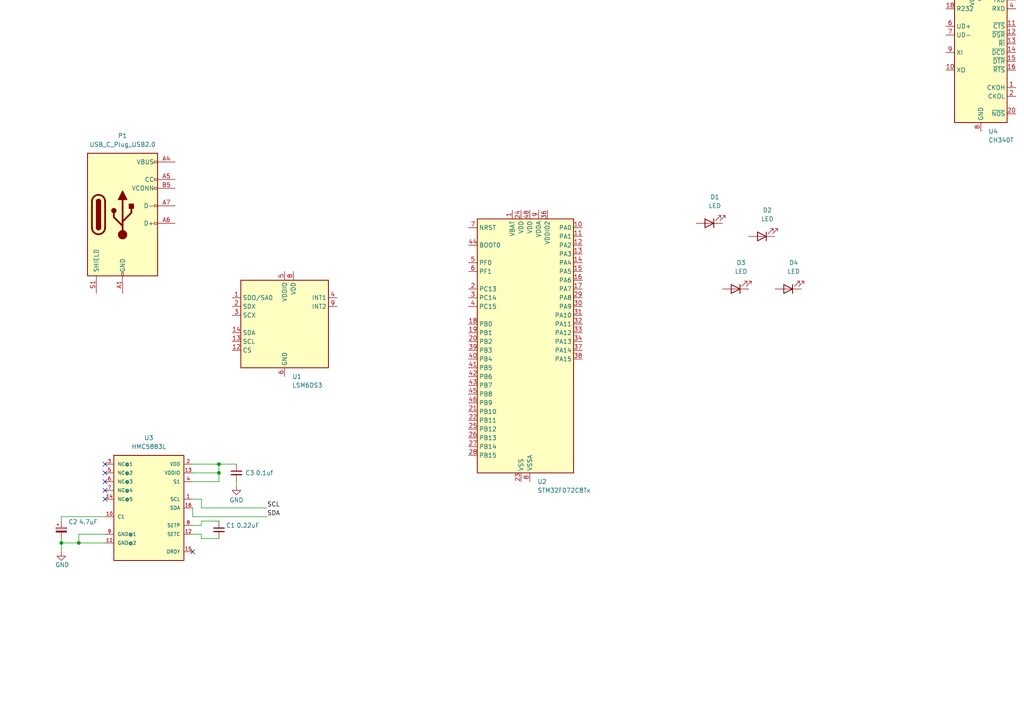
<source format=kicad_sch>
(kicad_sch (version 20231120) (generator "eeschema") (generator_version "8.0")
  (paper "A4")
  (lib_symbols
    (symbol "Connector:USB_C_Plug_USB2.0" (pin_names (offset 1.016))
      (property "Reference" "P" (at -10.16 19.05 0))
      (property "Value" "USB_C_Plug_USB2.0" (at 12.7 19.05 0))
      (symbol "USB_C_Plug_USB2.0_0_0"
        (rectangle (start -0.254 -17.78) (end 0.254 -16.764))
        (rectangle (start 10.16 -2.286) (end 9.144 -2.794))
        (rectangle (start 10.16 2.794) (end 9.144 2.286))
        (rectangle (start 10.16 7.874) (end 9.144 7.366))
        (rectangle (start 10.16 10.414) (end 9.144 9.906))
        (rectangle (start 10.16 15.494) (end 9.144 14.986))
      )
      (symbol "USB_C_Plug_USB2.0_0_1"
        (rectangle (start -10.16 17.78) (end 10.16 -17.78) (stroke (width 0.254)) (fill (type background)))
        (arc (start -8.89 -3.81) (mid -6.985 -5.7067) (end -5.08 -3.81) (stroke (width 0.508)))
        (arc (start -7.62 -3.81) (mid -6.985 -4.4423) (end -6.35 -3.81) (stroke (width 0.254)))
        (arc (start -7.62 -3.81) (mid -6.985 -4.4423) (end -6.35 -3.81) (stroke (width 0.254)) (fill (type outline)))
        (rectangle (start -7.62 -3.81) (end -6.35 3.81) (stroke (width 0.254)) (fill (type outline)))
        (arc (start -6.35 3.81) (mid -6.985 4.4423) (end -7.62 3.81) (stroke (width 0.254)))
        (arc (start -6.35 3.81) (mid -6.985 4.4423) (end -7.62 3.81) (stroke (width 0.254)) (fill (type outline)))
        (arc (start -5.08 3.81) (mid -6.985 5.7067) (end -8.89 3.81) (stroke (width 0.508)))
        (circle (center -2.54 1.143) (radius 0.635) (stroke (width 0.254)) (fill (type outline)))
        (circle (center 0 -5.842) (radius 1.27) (fill (type outline)))
        (polyline (pts (xy -8.89 -3.81) (xy -8.89 3.81)) (stroke (width 0.508)))
        (polyline (pts (xy -5.08 3.81) (xy -5.08 -3.81)) (stroke (width 0.508)))
        (polyline (pts (xy 0 -5.842) (xy 0 4.318)) (stroke (width 0.508)))
        (polyline (pts (xy 0 -3.302) (xy -2.54 -0.762) (xy -2.54 0.508)) (stroke (width 0.508)))
        (polyline (pts (xy 0 -2.032) (xy 2.54 0.508) (xy 2.54 1.778)) (stroke (width 0.508)))
        (polyline (pts (xy -1.27 4.318) (xy 0 6.858) (xy 1.27 4.318) (xy -1.27 4.318)) (stroke (width 0.254)) (fill (type outline)))
        (rectangle (start 1.905 1.778) (end 3.175 3.048) (stroke (width 0.254)) (fill (type outline)))
      )
      (symbol "USB_C_Plug_USB2.0_1_1"
        (pin passive line (at 0 -22.86 90) (length 5.08) (name "GND") (number "A1"))
        (pin passive line (at 0 -22.86 90) (length 5.08) hide (name "GND") (number "A12"))
        (pin passive line (at 15.24 15.24 180) (length 5.08) (name "VBUS") (number "A4"))
        (pin bidirectional line (at 15.24 10.16 180) (length 5.08) (name "CC") (number "A5"))
        (pin bidirectional line (at 15.24 -2.54 180) (length 5.08) (name "D+") (number "A6"))
        (pin bidirectional line (at 15.24 2.54 180) (length 5.08) (name "D-") (number "A7"))
        (pin passive line (at 15.24 15.24 180) (length 5.08) hide (name "VBUS") (number "A9"))
        (pin passive line (at 0 -22.86 90) (length 5.08) hide (name "GND") (number "B1"))
        (pin passive line (at 0 -22.86 90) (length 5.08) hide (name "GND") (number "B12"))
        (pin passive line (at 15.24 15.24 180) (length 5.08) hide (name "VBUS") (number "B4"))
        (pin bidirectional line (at 15.24 7.62 180) (length 5.08) (name "VCONN") (number "B5"))
        (pin passive line (at 15.24 15.24 180) (length 5.08) hide (name "VBUS") (number "B9"))
        (pin passive line (at -7.62 -22.86 90) (length 5.08) (name "SHIELD") (number "S1"))
      )
    )
    (symbol "Device:C_Polarized_Small" (pin_numbers hide) (pin_names (offset 0.254) hide)
      (property "Reference" "C" (at 0.254 1.778 0))
      (property "Value" "C_Polarized_Small" (at 0.254 -2.032 0))
      (symbol "C_Polarized_Small_0_1"
        (rectangle (start -1.524 -0.3048) (end 1.524 -0.6858) (fill (type outline)))
        (rectangle (start -1.524 0.6858) (end 1.524 0.3048))
        (polyline (pts (xy -1.27 1.524) (xy -0.762 1.524)))
        (polyline (pts (xy -1.016 1.27) (xy -1.016 1.778)))
      )
      (symbol "C_Polarized_Small_1_1"
        (pin passive line (at 0 2.54 270) (length 1.8542) (name "~") (number "1"))
        (pin passive line (at 0 -2.54 90) (length 1.8542) (name "~") (number "2"))
      )
    )
    (symbol "Device:C_Small" (pin_numbers hide) (pin_names (offset 0.254) hide)
      (property "Reference" "C" (at 0.254 1.778 0))
      (property "Value" "C_Small" (at 0.254 -2.032 0))
      (symbol "C_Small_0_1"
        (polyline (pts (xy -1.524 -0.508) (xy 1.524 -0.508)) (stroke (width 0.3302)))
        (polyline (pts (xy -1.524 0.508) (xy 1.524 0.508)) (stroke (width 0.3048)))
      )
      (symbol "C_Small_1_1"
        (pin passive line (at 0 2.54 270) (length 2.032) (name "~") (number "1"))
        (pin passive line (at 0 -2.54 90) (length 2.032) (name "~") (number "2"))
      )
    )
    (symbol "Device:LED" (pin_numbers hide) (pin_names (offset 1.016) hide)
      (property "Reference" "D" (at 0 2.54 0))
      (property "Value" "LED" (at 0 -2.54 0))
      (symbol "LED_0_1"
        (polyline (pts (xy -1.27 -1.27) (xy -1.27 1.27)) (stroke (width 0.254)))
        (polyline (pts (xy -1.27 0) (xy 1.27 0)))
        (polyline (pts (xy 1.27 -1.27) (xy 1.27 1.27) (xy -1.27 0) (xy 1.27 -1.27)) (stroke (width 0.254)))
        (polyline (pts (xy -3.048 -0.762) (xy -4.572 -2.286) (xy -3.81 -2.286) (xy -4.572 -2.286) (xy -4.572 -1.524)))
        (polyline (pts (xy -1.778 -0.762) (xy -3.302 -2.286) (xy -2.54 -2.286) (xy -3.302 -2.286) (xy -3.302 -1.524)))
      )
      (symbol "LED_1_1"
        (pin passive line (at -3.81 0 0) (length 2.54) (name "K") (number "1"))
        (pin passive line (at 3.81 0 180) (length 2.54) (name "A") (number "2"))
      )
    )
    (symbol "HMC5883L:HMC5883L" (pin_names (offset 1.016))
      (property "Reference" "U" (at -10.16 15.494 0))
      (property "Value" "HMC5883L" (at -10.16 -15.494 0))
      (symbol "HMC5883L_0_0"
        (rectangle (start -10.16 -15.24) (end 10.16 15.24) (stroke (width 0.254)) (fill (type background)))
        (pin bidirectional line (at 12.7 2.54 180) (length 2.54) (name "SCL") (number "1"))
        (pin bidirectional line (at -12.7 -2.54 0) (length 2.54) (name "C1") (number "10"))
        (pin bidirectional line (at -12.7 -10.16 0) (length 2.54) (name "GND@2") (number "11"))
        (pin bidirectional line (at 12.7 -7.62 180) (length 2.54) (name "SETC") (number "12"))
        (pin bidirectional line (at 12.7 10.16 180) (length 2.54) (name "VDDIO") (number "13"))
        (pin bidirectional line (at -12.7 2.54 0) (length 2.54) (name "NC@5") (number "14"))
        (pin bidirectional line (at 12.7 -12.7 180) (length 2.54) (name "DRDY") (number "15"))
        (pin bidirectional line (at 12.7 0 180) (length 2.54) (name "SDA") (number "16"))
        (pin bidirectional line (at 12.7 12.7 180) (length 2.54) (name "VDD") (number "2"))
        (pin bidirectional line (at -12.7 12.7 0) (length 2.54) (name "NC@1") (number "3"))
        (pin bidirectional line (at 12.7 7.62 180) (length 2.54) (name "S1") (number "4"))
        (pin bidirectional line (at -12.7 10.16 0) (length 2.54) (name "NC@2") (number "5"))
        (pin bidirectional line (at -12.7 7.62 0) (length 2.54) (name "NC@3") (number "6"))
        (pin bidirectional line (at -12.7 5.08 0) (length 2.54) (name "NC@4") (number "7"))
        (pin bidirectional line (at 12.7 -5.08 180) (length 2.54) (name "SETP") (number "8"))
        (pin bidirectional line (at -12.7 -7.62 0) (length 2.54) (name "GND@1") (number "9"))
      )
    )
    (symbol "Interface_USB:CH340T"
      (property "Reference" "U" (at -7.62 22.86 0))
      (property "Value" "CH340T" (at 7.62 22.86 0))
      (symbol "CH340T_1_1"
        (rectangle (start -7.62 20.32) (end 7.62 -17.78) (stroke (width 0.254)) (fill (type background)))
        (pin output line (at 10.16 -7.62 180) (length 2.54) (name "CKOH") (number "1"))
        (pin output line (at -10.16 -2.54 0) (length 2.54) (name "XO") (number "10"))
        (pin input line (at 10.16 10.16 180) (length 2.54) (name "~{CTS}") (number "11"))
        (pin input line (at 10.16 7.62 180) (length 2.54) (name "~{DSR}") (number "12"))
        (pin input line (at 10.16 5.08 180) (length 2.54) (name "~{RI}") (number "13"))
        (pin input line (at 10.16 2.54 180) (length 2.54) (name "~{DCD}") (number "14"))
        (pin output line (at 10.16 0 180) (length 2.54) (name "~{DTR}") (number "15"))
        (pin output line (at 10.16 -2.54 180) (length 2.54) (name "~{RTS}") (number "16"))
        (pin no_connect line (at -7.62 -7.62 0) (length 2.54) hide (name "NC") (number "17"))
        (pin input line (at -10.16 15.24 0) (length 2.54) (name "R232") (number "18"))
        (pin power_in line (at -2.54 22.86 270) (length 2.54) (name "VCC") (number "19"))
        (pin output line (at 10.16 -10.16 180) (length 2.54) (name "CKOL") (number "2"))
        (pin input line (at 10.16 -15.24 180) (length 2.54) (name "~{NOS}") (number "20"))
        (pin output line (at 10.16 17.78 180) (length 2.54) (name "TXD") (number "3"))
        (pin input line (at 10.16 15.24 180) (length 2.54) (name "RXD") (number "4"))
        (pin power_out line (at 0 22.86 270) (length 2.54) (name "V3") (number "5"))
        (pin bidirectional line (at -10.16 10.16 0) (length 2.54) (name "UD+") (number "6"))
        (pin bidirectional line (at -10.16 7.62 0) (length 2.54) (name "UD-") (number "7"))
        (pin power_in line (at 0 -20.32 90) (length 2.54) (name "GND") (number "8"))
        (pin input line (at -10.16 2.54 0) (length 2.54) (name "XI") (number "9"))
      )
    )
    (symbol "MCU_ST_STM32F0:STM32F072C8Tx"
      (property "Reference" "U" (at -12.7 39.37 0))
      (property "Value" "STM32F072C8Tx" (at 10.16 39.37 0))
      (symbol "STM32F072C8Tx_0_1"
        (rectangle (start -12.7 -35.56) (end 15.24 38.1) (stroke (width 0.254)) (fill (type background)))
      )
      (symbol "STM32F072C8Tx_1_1"
        (pin power_in line (at -2.54 40.64 270) (length 2.54) (name "VBAT") (number "1"))
        (pin bidirectional line (at 17.78 35.56 180) (length 2.54) (name "PA0") (number "10"))
        (pin bidirectional line (at 17.78 33.02 180) (length 2.54) (name "PA1") (number "11"))
        (pin bidirectional line (at 17.78 30.48 180) (length 2.54) (name "PA2") (number "12"))
        (pin bidirectional line (at 17.78 27.94 180) (length 2.54) (name "PA3") (number "13"))
        (pin bidirectional line (at 17.78 25.4 180) (length 2.54) (name "PA4") (number "14"))
        (pin bidirectional line (at 17.78 22.86 180) (length 2.54) (name "PA5") (number "15"))
        (pin bidirectional line (at 17.78 20.32 180) (length 2.54) (name "PA6") (number "16"))
        (pin bidirectional line (at 17.78 17.78 180) (length 2.54) (name "PA7") (number "17"))
        (pin bidirectional line (at -15.24 7.62 0) (length 2.54) (name "PB0") (number "18"))
        (pin bidirectional line (at -15.24 5.08 0) (length 2.54) (name "PB1") (number "19"))
        (pin bidirectional line (at -15.24 17.78 0) (length 2.54) (name "PC13") (number "2"))
        (pin bidirectional line (at -15.24 2.54 0) (length 2.54) (name "PB2") (number "20"))
        (pin bidirectional line (at -15.24 -17.78 0) (length 2.54) (name "PB10") (number "21"))
        (pin bidirectional line (at -15.24 -20.32 0) (length 2.54) (name "PB11") (number "22"))
        (pin power_in line (at 0 -38.1 90) (length 2.54) (name "VSS") (number "23"))
        (pin power_in line (at 0 40.64 270) (length 2.54) (name "VDD") (number "24"))
        (pin bidirectional line (at -15.24 -22.86 0) (length 2.54) (name "PB12") (number "25"))
        (pin bidirectional line (at -15.24 -25.4 0) (length 2.54) (name "PB13") (number "26"))
        (pin bidirectional line (at -15.24 -27.94 0) (length 2.54) (name "PB14") (number "27"))
        (pin bidirectional line (at -15.24 -30.48 0) (length 2.54) (name "PB15") (number "28"))
        (pin bidirectional line (at 17.78 15.24 180) (length 2.54) (name "PA8") (number "29"))
        (pin bidirectional line (at -15.24 15.24 0) (length 2.54) (name "PC14") (number "3"))
        (pin bidirectional line (at 17.78 12.7 180) (length 2.54) (name "PA9") (number "30"))
        (pin bidirectional line (at 17.78 10.16 180) (length 2.54) (name "PA10") (number "31"))
        (pin bidirectional line (at 17.78 7.62 180) (length 2.54) (name "PA11") (number "32"))
        (pin bidirectional line (at 17.78 5.08 180) (length 2.54) (name "PA12") (number "33"))
        (pin bidirectional line (at 17.78 2.54 180) (length 2.54) (name "PA13") (number "34"))
        (pin passive line (at 0 -38.1 90) (length 2.54) hide (name "VSS") (number "35"))
        (pin power_in line (at 7.62 40.64 270) (length 2.54) (name "VDDIO2") (number "36"))
        (pin bidirectional line (at 17.78 0 180) (length 2.54) (name "PA14") (number "37"))
        (pin bidirectional line (at 17.78 -2.54 180) (length 2.54) (name "PA15") (number "38"))
        (pin bidirectional line (at -15.24 0 0) (length 2.54) (name "PB3") (number "39"))
        (pin bidirectional line (at -15.24 12.7 0) (length 2.54) (name "PC15") (number "4"))
        (pin bidirectional line (at -15.24 -2.54 0) (length 2.54) (name "PB4") (number "40"))
        (pin bidirectional line (at -15.24 -5.08 0) (length 2.54) (name "PB5") (number "41"))
        (pin bidirectional line (at -15.24 -7.62 0) (length 2.54) (name "PB6") (number "42"))
        (pin bidirectional line (at -15.24 -10.16 0) (length 2.54) (name "PB7") (number "43"))
        (pin input line (at -15.24 30.48 0) (length 2.54) (name "BOOT0") (number "44"))
        (pin bidirectional line (at -15.24 -12.7 0) (length 2.54) (name "PB8") (number "45"))
        (pin bidirectional line (at -15.24 -15.24 0) (length 2.54) (name "PB9") (number "46"))
        (pin passive line (at 0 -38.1 90) (length 2.54) hide (name "VSS") (number "47"))
        (pin power_in line (at 2.54 40.64 270) (length 2.54) (name "VDD") (number "48"))
        (pin bidirectional line (at -15.24 25.4 0) (length 2.54) (name "PF0") (number "5"))
        (pin bidirectional line (at -15.24 22.86 0) (length 2.54) (name "PF1") (number "6"))
        (pin input line (at -15.24 35.56 0) (length 2.54) (name "NRST") (number "7"))
        (pin power_in line (at 2.54 -38.1 90) (length 2.54) (name "VSSA") (number "8"))
        (pin power_in line (at 5.08 40.64 270) (length 2.54) (name "VDDA") (number "9"))
      )
    )
    (symbol "Sensor_Motion:LSM6DS3"
      (property "Reference" "U" (at -11.43 15.24 0))
      (property "Value" "LSM6DS3" (at -11.43 12.7 0))
      (symbol "LSM6DS3_0_1"
        (rectangle (start -12.7 12.7) (end 12.7 -12.7) (stroke (width 0.254)) (fill (type background)))
      )
      (symbol "LSM6DS3_1_1"
        (pin bidirectional line (at -15.24 7.62 0) (length 2.54) (name "SDO/SA0") (number "1"))
        (pin no_connect line (at 12.7 -5.08 180) (length 3.81) hide (name "NC") (number "10"))
        (pin no_connect line (at 12.7 -2.54 180) (length 3.81) hide (name "NC") (number "11"))
        (pin input line (at -15.24 -7.62 0) (length 2.54) (name "CS") (number "12"))
        (pin input line (at -15.24 -5.08 0) (length 2.54) (name "SCL") (number "13"))
        (pin bidirectional line (at -15.24 -2.54 0) (length 2.54) (name "SDA") (number "14"))
        (pin bidirectional line (at -15.24 5.08 0) (length 2.54) (name "SDX") (number "2"))
        (pin input line (at -15.24 2.54 0) (length 2.54) (name "SCX") (number "3"))
        (pin output line (at 15.24 7.62 180) (length 2.54) (name "INT1") (number "4"))
        (pin power_in line (at 0 15.24 270) (length 2.54) (name "VDDIO") (number "5"))
        (pin power_in line (at 0 -15.24 90) (length 2.54) (name "GND") (number "6"))
        (pin passive line (at 0 -15.24 90) (length 2.54) hide (name "GND") (number "7"))
        (pin power_in line (at 2.54 15.24 270) (length 2.54) (name "VDD") (number "8"))
        (pin output line (at 15.24 5.08 180) (length 2.54) (name "INT2") (number "9"))
      )
    )
    (symbol "power:GND" (power) (pin_numbers hide) (pin_names (offset 0) hide)
      (property "Value" "GND" (at 0 -3.81 0))
      (symbol "GND_0_1"
        (polyline (pts (xy 0 0) (xy 0 -1.27) (xy 1.27 -1.27) (xy 0 -2.54) (xy -1.27 -1.27) (xy 0 -1.27)))
      )
      (symbol "GND_1_1"
        (pin power_in line (at 0 0 270) (length 0) (name "~") (number "1"))
      )
    )
  )
  (junction (at 63.5 137.16))
  (junction (at 63.5 134.62))
  (junction (at 22.86 157.48))
  (junction (at 17.78 157.48))
  (no_connect (at 30.48 142.24))
  (no_connect (at 55.88 160.02))
  (no_connect (at 30.48 139.7))
  (no_connect (at 30.48 137.16))
  (no_connect (at 30.48 134.62))
  (no_connect (at 30.48 144.78))
  (wire (pts (xy 58.42 154.94) (xy 58.42 156.21)))
  (wire (pts (xy 68.58 139.7) (xy 68.58 140.97)))
  (wire (pts (xy 55.88 152.4) (xy 58.42 152.4)))
  (wire (pts (xy 17.78 157.48) (xy 17.78 160.02)))
  (wire (pts (xy 58.42 152.4) (xy 58.42 151.13)))
  (wire (pts (xy 17.78 156.21) (xy 17.78 157.48)))
  (wire (pts (xy 22.86 154.94) (xy 22.86 157.48)))
  (wire (pts (xy 58.42 156.21) (xy 63.5 156.21)))
  (wire (pts (xy 58.42 144.78) (xy 58.42 147.32)))
  (wire (pts (xy 55.88 144.78) (xy 58.42 144.78)))
  (wire (pts (xy 58.42 151.13) (xy 63.5 151.13)))
  (wire (pts (xy 63.5 134.62) (xy 68.58 134.62)))
  (wire (pts (xy 63.5 139.7) (xy 63.5 137.16)))
  (wire (pts (xy 55.88 149.86) (xy 77.47 149.86)))
  (wire (pts (xy 55.88 154.94) (xy 58.42 154.94)))
  (wire (pts (xy 22.86 157.48) (xy 30.48 157.48)))
  (wire (pts (xy 58.42 147.32) (xy 77.47 147.32)))
  (wire (pts (xy 17.78 151.13) (xy 17.78 149.86)))
  (wire (pts (xy 63.5 137.16) (xy 63.5 134.62)))
  (wire (pts (xy 63.5 134.62) (xy 55.88 134.62)))
  (wire (pts (xy 17.78 157.48) (xy 22.86 157.48)))
  (wire (pts (xy 55.88 139.7) (xy 63.5 139.7)))
  (wire (pts (xy 17.78 149.86) (xy 30.48 149.86)))
  (wire (pts (xy 30.48 154.94) (xy 22.86 154.94)))
  (wire (pts (xy 55.88 137.16) (xy 63.5 137.16)))
  (wire (pts (xy 55.88 147.32) (xy 55.88 149.86)))
  (label "SCL" (at 77.47 147.32 0))
  (label "SDA" (at 77.47 149.86 0))
  (symbol (lib_id "HMC5883L:HMC5883L") (at 43.18 147.32 0) (unit 1)
    (property "Reference" "U3" (at 43.18 127 0))
    (property "Value" "HMC5883L" (at 43.18 129.54 0))
    (property "Footprint" "HMC5883L:LPCC-16" (effects (hide yes)))
    (property "MF" "Honeywell" (effects (hide yes)))
    (property "Description_1" "\n                        \n                            Magnetoresistive Sensor X, Y, Z Axis 16-LCC\n                        \n" (effects (hide yes)))
    (property "Package" "LCC-16 Honeywell" (effects (hide yes)))
    (property "Price" "None" (effects (hide yes)))
    (property "SF_ID" "COM-10494" (effects (hide yes)))
    (property "PROD_ID" "IC-10284" (effects (hide yes)))
    (property "SnapEDA_Link" "https://www.snapeda.com/parts/HMC5883L-T/Honeywell/view-part/?ref=snap" (effects (hide yes)))
    (property "MP" "HMC5883L-T" (effects (hide yes)))
    (property "Availability" "In Stock" (effects (hide yes)))
    (property "Check_prices" "https://www.snapeda.com/parts/HMC5883L-T/Honeywell/view-part/?ref=eda" (effects (hide yes)))
  )
  (symbol (lib_id "Device:C_Small") (at 68.58 137.16 0) (unit 1)
    (property "Reference" "C3" (at 71.12 137.16 0) (effects (justify left)))
    (property "Value" "0.1uf" (at 74.168 137.16 0) (effects (justify left)))
    (property "Description" "Unpolarized capacitor, small symbol" (effects (hide yes)))
  )
  (symbol (lib_id "power:GND") (at 68.58 140.97 0) (unit 1)
    (property "Reference" "#PWR01" (effects (hide yes)))
    (property "Value" "GND" (at 68.58 145.034 0))
    (property "Description" "Power symbol creates a global label with name \"GND\" , ground" (effects (hide yes)))
  )
  (symbol (lib_id "Device:LED") (at 228.6 83.82 180) (unit 1)
    (property "Reference" "D4" (at 230.1875 76.2 0))
    (property "Value" "LED" (at 230.1875 78.74 0))
    (property "Description" "Light emitting diode" (effects (hide yes)))
  )
  (symbol (lib_id "MCU_ST_STM32F0:STM32F072C8Tx") (at 151.13 101.6 0) (unit 1)
    (property "Reference" "U2" (at 155.8641 139.7 0) (effects (justify left)))
    (property "Value" "STM32F072C8Tx" (at 155.8641 142.24 0) (effects (justify left)))
    (property "Footprint" "Package_QFP:LQFP-48_7x7mm_P0.5mm" (effects (hide yes)))
    (property "Datasheet" "https://www.st.com/resource/en/datasheet/stm32f072c8.pdf" (effects (hide yes)))
    (property "Description" "STMicroelectronics Arm Cortex-M0 MCU, 64KB flash, 16KB RAM, 48 MHz, 2.0-3.6V, 37 GPIO, LQFP48" (effects (hide yes)))
  )
  (symbol (lib_id "power:GND") (at 17.78 160.02 0) (unit 1)
    (property "Reference" "#PWR02" (effects (hide yes)))
    (property "Value" "GND" (at 18.034 163.83 0))
    (property "Description" "Power symbol creates a global label with name \"GND\" , ground" (effects (hide yes)))
  )
  (symbol (lib_id "Device:C_Polarized_Small") (at 17.78 153.67 0) (unit 1)
    (property "Reference" "C2" (at 19.812 151.384 0) (effects (justify left)))
    (property "Value" "4.7uF" (at 22.86 151.384 0) (effects (justify left)))
    (property "Description" "Polarized capacitor, small symbol" (effects (hide yes)))
  )
  (symbol (lib_id "Device:LED") (at 213.36 83.82 180) (unit 1)
    (property "Reference" "D3" (at 214.9475 76.2 0))
    (property "Value" "LED" (at 214.9475 78.74 0))
    (property "Description" "Light emitting diode" (effects (hide yes)))
  )
  (symbol (lib_id "Device:LED") (at 220.98 68.58 180) (unit 1)
    (property "Reference" "D2" (at 222.5675 60.96 0))
    (property "Value" "LED" (at 222.5675 63.5 0))
    (property "Description" "Light emitting diode" (effects (hide yes)))
  )
  (symbol (lib_id "Device:LED") (at 205.74 64.77 180) (unit 1)
    (property "Reference" "D1" (at 207.3275 57.15 0))
    (property "Value" "LED" (at 207.3275 59.69 0))
    (property "Description" "Light emitting diode" (effects (hide yes)))
  )
  (symbol (lib_id "Sensor_Motion:LSM6DS3") (at 82.55 93.98 0) (unit 1)
    (property "Reference" "U1" (at 84.7441 109.22 0) (effects (justify left)))
    (property "Value" "LSM6DS3" (at 84.7441 111.76 0) (effects (justify left)))
    (property "Footprint" "Package_LGA:LGA-14_3x2.5mm_P0.5mm_LayoutBorder3x4y" (effects (hide yes)))
    (property "Datasheet" "https://www.st.com/resource/en/datasheet/lsm6ds3tr-c.pdf" (effects (hide yes)))
    (property "Description" "I2C/SPI, iNEMO inertial module: always-on 3D accelerometer and 3D gyroscope" (effects (hide yes)))
  )
  (symbol (lib_id "Device:C_Small") (at 63.5 153.67 0) (unit 1)
    (property "Reference" "C1" (at 65.532 152.4 0) (effects (justify left)))
    (property "Value" "0.22uF" (at 68.58 152.4 0) (effects (justify left)))
    (property "Description" "Unpolarized capacitor, small symbol" (effects (hide yes)))
  )
  (symbol (lib_id "Connector:USB_C_Plug_USB2.0") (at 35.56 62.23 0) (unit 1)
    (property "Reference" "P1" (at 35.56 39.37 0))
    (property "Value" "USB_C_Plug_USB2.0" (at 35.56 41.91 0))
    (property "Datasheet" "https://www.usb.org/sites/default/files/documents/usb_type-c.zip" (effects (hide yes)))
    (property "Description" "USB 2.0-only Type-C Plug connector" (effects (hide yes)))
  )
  (symbol (lib_id "Interface_USB:CH340T") (at 284.48 17.78 0) (unit 1)
    (property "Reference" "U4" (at 286.6741 38.1 0) (effects (justify left)))
    (property "Value" "CH340T" (at 286.6741 40.64 0) (effects (justify left)))
    (property "Footprint" "Package_SO:SSOP-20_5.3x7.2mm_P0.65mm" (effects (hide yes)))
    (property "Datasheet" "https://cdn.sparkfun.com/datasheets/Dev/Arduino/Other/CH340DS1.PDF" (effects (hide yes)))
    (property "Description" "USB serial converter, UART, SSOP-20" (effects (hide yes)))
  )
)
</source>
